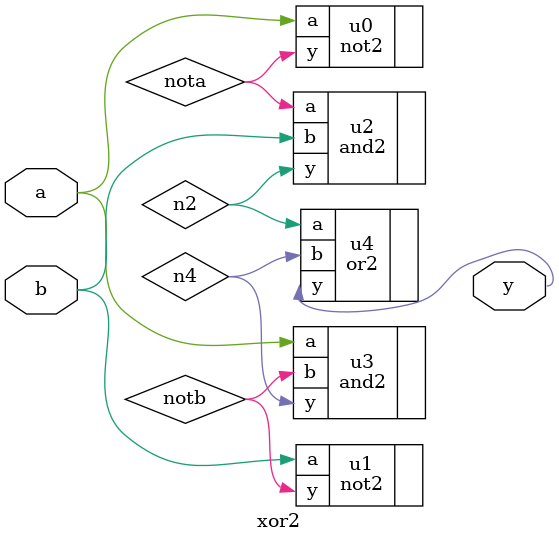
<source format=v>
module xor2(input a, input b, output y);
  wire nota, notb, n2, n4;  // Dichiarazione corretta dei wire
  
  not2 u0(.a(a), .y(nota));         // NOT a
  not2 u1(.a(b), .y(notb));         // NOT b  
  and2 u2(.a(nota), .b(b), .y(n2)); // nota AND b
  and2 u3(.a(a), .b(notb), .y(n4)); // a AND notb
  or2  u4(.a(n2), .b(n4), .y(y));   // Final OR
endmodule

</source>
